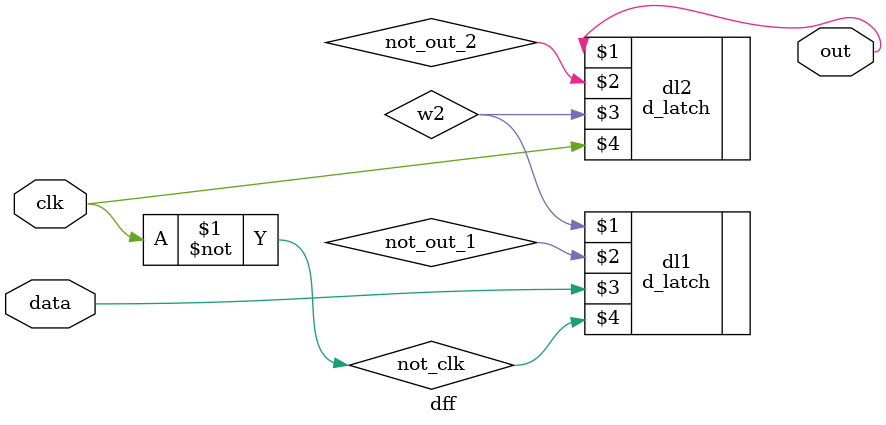
<source format=v>
module dff(out, data, clk);
    input data, clk;
    output out;

    wire not_clk, w2;
    wire not_out_1, not_out_2;

    not notgate(not_clk, clk);
    d_latch dl1(w2, not_out_1, data, not_clk);
    d_latch dl2(out, not_out_2, w2, clk);
endmodule
</source>
